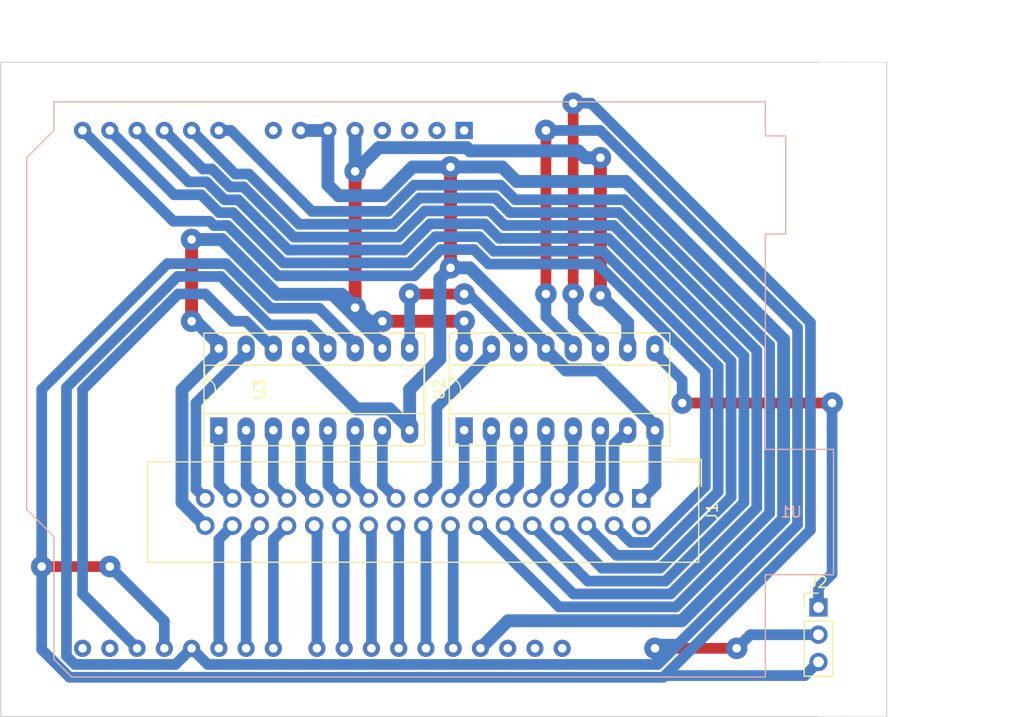
<source format=kicad_pcb>
(kicad_pcb (version 20171130) (host pcbnew "(5.1.2)-1")

  (general
    (thickness 1.6)
    (drawings 10)
    (tracks 330)
    (zones 0)
    (modules 5)
    (nets 50)
  )

  (page A4)
  (layers
    (0 Top_Copper signal)
    (31 Bottom_Copper signal)
    (36 B.SilkS user)
    (37 F.SilkS user)
    (39 F.Mask user)
    (40 Dwgs.User user)
    (41 Cmts.User user)
    (42 Eco1.User user)
    (43 Eco2.User user)
    (44 Edge.Cuts user)
    (45 Margin user)
    (46 B.CrtYd user)
    (47 F.CrtYd user)
  )

  (setup
    (last_trace_width 1)
    (trace_clearance 0.2)
    (zone_clearance 0.508)
    (zone_45_only no)
    (trace_min 0.2)
    (via_size 2)
    (via_drill 0.8)
    (via_min_size 0.4)
    (via_min_drill 0.3)
    (uvia_size 0.3)
    (uvia_drill 0.1)
    (uvias_allowed no)
    (uvia_min_size 0.2)
    (uvia_min_drill 0.1)
    (edge_width 0.05)
    (segment_width 0.2)
    (pcb_text_width 0.3)
    (pcb_text_size 1.5 1.5)
    (mod_edge_width 0.12)
    (mod_text_size 1 1)
    (mod_text_width 0.15)
    (pad_size 1.524 1.524)
    (pad_drill 0.762)
    (pad_to_mask_clearance 0.051)
    (solder_mask_min_width 0.25)
    (aux_axis_origin 0 0)
    (visible_elements 7FFFFFFF)
    (pcbplotparams
      (layerselection 0x01030_ffffffff)
      (usegerberextensions true)
      (usegerberattributes false)
      (usegerberadvancedattributes false)
      (creategerberjobfile false)
      (gerberprecision 5)
      (excludeedgelayer true)
      (linewidth 0.100000)
      (plotframeref false)
      (viasonmask false)
      (mode 1)
      (useauxorigin false)
      (hpglpennumber 1)
      (hpglpenspeed 20)
      (hpglpendiameter 15.000000)
      (psnegative false)
      (psa4output false)
      (plotreference true)
      (plotvalue true)
      (plotinvisibletext false)
      (padsonsilk false)
      (subtractmaskfromsilk false)
      (outputformat 1)
      (mirror false)
      (drillshape 0)
      (scaleselection 1)
      (outputdirectory "Manufacture/"))
  )

  (net 0 "")
  (net 1 "Net-(U1-Pad16)")
  (net 2 "Net-(U1-Pad15)")
  (net 3 "Net-(U1-Pad30)")
  (net 4 Earth)
  (net 5 /D7)
  (net 6 /D6)
  (net 7 /D5)
  (net 8 /D4)
  (net 9 "Net-(U1-Pad8)")
  (net 10 /D3)
  (net 11 /D2)
  (net 12 /D1)
  (net 13 +5V)
  (net 14 /D0)
  (net 15 "Net-(U1-Pad4)")
  (net 16 "Net-(U1-Pad3)")
  (net 17 "Net-(U1-Pad2)")
  (net 18 "Net-(U1-Pad1)")
  (net 19 "Net-(U1-Pad31)")
  (net 20 "Net-(U1-Pad32)")
  (net 21 /A8)
  (net 22 /OE)
  (net 23 /A14)
  (net 24 /A13)
  (net 25 /A12)
  (net 26 /A11)
  (net 27 /A10)
  (net 28 /A9)
  (net 29 /A0)
  (net 30 /A7)
  (net 31 /A6)
  (net 32 /A5)
  (net 33 /A4)
  (net 34 /A3)
  (net 35 /A2)
  (net 36 /A1)
  (net 37 "Net-(U1-Pad17)")
  (net 38 "Net-(U2-Pad14)")
  (net 39 /SCL)
  (net 40 /SDA)
  (net 41 /S3)
  (net 42 /S2)
  (net 43 /S1)
  (net 44 /S0)
  (net 45 /A15)
  (net 46 "Net-(J1-Pad2)")
  (net 47 "Net-(J2-Pad3)")
  (net 48 "Net-(J2-Pad2)")
  (net 49 "Net-(J2-Pad1)")

  (net_class Default "This is the default net class."
    (clearance 0.2)
    (trace_width 1)
    (via_dia 2)
    (via_drill 0.8)
    (uvia_dia 0.3)
    (uvia_drill 0.1)
    (add_net /A0)
    (add_net /A1)
    (add_net /A10)
    (add_net /A11)
    (add_net /A12)
    (add_net /A13)
    (add_net /A14)
    (add_net /A15)
    (add_net /A2)
    (add_net /A3)
    (add_net /A4)
    (add_net /A5)
    (add_net /A6)
    (add_net /A7)
    (add_net /A8)
    (add_net /A9)
    (add_net /D0)
    (add_net /D1)
    (add_net /D2)
    (add_net /D3)
    (add_net /D4)
    (add_net /D5)
    (add_net /D6)
    (add_net /D7)
    (add_net /OE)
    (add_net /S0)
    (add_net /S1)
    (add_net /S2)
    (add_net /S3)
    (add_net /SCL)
    (add_net /SDA)
    (add_net "Net-(J1-Pad2)")
    (add_net "Net-(J2-Pad1)")
    (add_net "Net-(J2-Pad2)")
    (add_net "Net-(J2-Pad3)")
    (add_net "Net-(U1-Pad1)")
    (add_net "Net-(U1-Pad15)")
    (add_net "Net-(U1-Pad16)")
    (add_net "Net-(U1-Pad17)")
    (add_net "Net-(U1-Pad2)")
    (add_net "Net-(U1-Pad3)")
    (add_net "Net-(U1-Pad30)")
    (add_net "Net-(U1-Pad31)")
    (add_net "Net-(U1-Pad32)")
    (add_net "Net-(U1-Pad4)")
    (add_net "Net-(U1-Pad8)")
    (add_net "Net-(U2-Pad14)")
  )

  (net_class power ""
    (clearance 0.2)
    (trace_width 1.2)
    (via_dia 2)
    (via_drill 0.8)
    (uvia_dia 0.3)
    (uvia_drill 0.1)
    (add_net +5V)
    (add_net Earth)
  )

  (module Package_DIP:DIP-16_W7.62mm_Socket_LongPads (layer Top_Copper) (tedit 5A02E8C5) (tstamp 5D0FA088)
    (at 172.72 74.93 90)
    (descr "16-lead though-hole mounted DIP package, row spacing 7.62 mm (300 mils), Socket, LongPads")
    (tags "THT DIP DIL PDIP 2.54mm 7.62mm 300mil Socket LongPads")
    (path /5D1049B2)
    (fp_text reference U2 (at 3.81 -2.33 90) (layer F.SilkS)
      (effects (font (size 1 1) (thickness 0.15)))
    )
    (fp_text value 74HC595 (at 3.81 20.11 90) (layer F.Fab)
      (effects (font (size 1 1) (thickness 0.15)))
    )
    (fp_text user %R (at 3.81 8.89 90) (layer F.Fab)
      (effects (font (size 1 1) (thickness 0.15)))
    )
    (fp_line (start 9.15 -1.6) (end -1.55 -1.6) (layer F.CrtYd) (width 0.05))
    (fp_line (start 9.15 19.4) (end 9.15 -1.6) (layer F.CrtYd) (width 0.05))
    (fp_line (start -1.55 19.4) (end 9.15 19.4) (layer F.CrtYd) (width 0.05))
    (fp_line (start -1.55 -1.6) (end -1.55 19.4) (layer F.CrtYd) (width 0.05))
    (fp_line (start 9.06 -1.39) (end -1.44 -1.39) (layer F.SilkS) (width 0.12))
    (fp_line (start 9.06 19.17) (end 9.06 -1.39) (layer F.SilkS) (width 0.12))
    (fp_line (start -1.44 19.17) (end 9.06 19.17) (layer F.SilkS) (width 0.12))
    (fp_line (start -1.44 -1.39) (end -1.44 19.17) (layer F.SilkS) (width 0.12))
    (fp_line (start 6.06 -1.33) (end 4.81 -1.33) (layer F.SilkS) (width 0.12))
    (fp_line (start 6.06 19.11) (end 6.06 -1.33) (layer F.SilkS) (width 0.12))
    (fp_line (start 1.56 19.11) (end 6.06 19.11) (layer F.SilkS) (width 0.12))
    (fp_line (start 1.56 -1.33) (end 1.56 19.11) (layer F.SilkS) (width 0.12))
    (fp_line (start 2.81 -1.33) (end 1.56 -1.33) (layer F.SilkS) (width 0.12))
    (fp_line (start 8.89 -1.33) (end -1.27 -1.33) (layer F.Fab) (width 0.1))
    (fp_line (start 8.89 19.11) (end 8.89 -1.33) (layer F.Fab) (width 0.1))
    (fp_line (start -1.27 19.11) (end 8.89 19.11) (layer F.Fab) (width 0.1))
    (fp_line (start -1.27 -1.33) (end -1.27 19.11) (layer F.Fab) (width 0.1))
    (fp_line (start 0.635 -0.27) (end 1.635 -1.27) (layer F.Fab) (width 0.1))
    (fp_line (start 0.635 19.05) (end 0.635 -0.27) (layer F.Fab) (width 0.1))
    (fp_line (start 6.985 19.05) (end 0.635 19.05) (layer F.Fab) (width 0.1))
    (fp_line (start 6.985 -1.27) (end 6.985 19.05) (layer F.Fab) (width 0.1))
    (fp_line (start 1.635 -1.27) (end 6.985 -1.27) (layer F.Fab) (width 0.1))
    (fp_arc (start 3.81 -1.33) (end 2.81 -1.33) (angle -180) (layer F.SilkS) (width 0.12))
    (pad 16 thru_hole oval (at 7.62 0 90) (size 2.4 1.6) (drill 0.8) (layers *.Cu *.Mask)
      (net 13 +5V))
    (pad 8 thru_hole oval (at 0 17.78 90) (size 2.4 1.6) (drill 0.8) (layers *.Cu *.Mask)
      (net 4 Earth))
    (pad 15 thru_hole oval (at 7.62 2.54 90) (size 2.4 1.6) (drill 0.8) (layers *.Cu *.Mask)
      (net 21 /A8))
    (pad 7 thru_hole oval (at 0 15.24 90) (size 2.4 1.6) (drill 0.8) (layers *.Cu *.Mask)
      (net 45 /A15))
    (pad 14 thru_hole oval (at 7.62 5.08 90) (size 2.4 1.6) (drill 0.8) (layers *.Cu *.Mask)
      (net 38 "Net-(U2-Pad14)"))
    (pad 6 thru_hole oval (at 0 12.7 90) (size 2.4 1.6) (drill 0.8) (layers *.Cu *.Mask)
      (net 23 /A14))
    (pad 13 thru_hole oval (at 7.62 7.62 90) (size 2.4 1.6) (drill 0.8) (layers *.Cu *.Mask)
      (net 4 Earth))
    (pad 5 thru_hole oval (at 0 10.16 90) (size 2.4 1.6) (drill 0.8) (layers *.Cu *.Mask)
      (net 24 /A13))
    (pad 12 thru_hole oval (at 7.62 10.16 90) (size 2.4 1.6) (drill 0.8) (layers *.Cu *.Mask)
      (net 48 "Net-(J2-Pad2)"))
    (pad 4 thru_hole oval (at 0 7.62 90) (size 2.4 1.6) (drill 0.8) (layers *.Cu *.Mask)
      (net 25 /A12))
    (pad 11 thru_hole oval (at 7.62 12.7 90) (size 2.4 1.6) (drill 0.8) (layers *.Cu *.Mask)
      (net 47 "Net-(J2-Pad3)"))
    (pad 3 thru_hole oval (at 0 5.08 90) (size 2.4 1.6) (drill 0.8) (layers *.Cu *.Mask)
      (net 26 /A11))
    (pad 10 thru_hole oval (at 7.62 15.24 90) (size 2.4 1.6) (drill 0.8) (layers *.Cu *.Mask)
      (net 13 +5V))
    (pad 2 thru_hole oval (at 0 2.54 90) (size 2.4 1.6) (drill 0.8) (layers *.Cu *.Mask)
      (net 27 /A10))
    (pad 9 thru_hole oval (at 7.62 17.78 90) (size 2.4 1.6) (drill 0.8) (layers *.Cu *.Mask)
      (net 49 "Net-(J2-Pad1)"))
    (pad 1 thru_hole rect (at 0 0 90) (size 2.4 1.6) (drill 0.8) (layers *.Cu *.Mask)
      (net 28 /A9))
    (model ${KISYS3DMOD}/Package_DIP.3dshapes/DIP-16_W7.62mm_Socket.wrl
      (at (xyz 0 0 0))
      (scale (xyz 1 1 1))
      (rotate (xyz 0 0 0))
    )
  )

  (module Connector_PinHeader_2.54mm:PinHeader_1x03_P2.54mm_Vertical (layer Top_Copper) (tedit 59FED5CC) (tstamp 5D10BDB8)
    (at 205.74 91.44)
    (descr "Through hole straight pin header, 1x03, 2.54mm pitch, single row")
    (tags "Through hole pin header THT 1x03 2.54mm single row")
    (path /5D1125DD)
    (fp_text reference J2 (at 0 -2.33) (layer F.SilkS)
      (effects (font (size 1 1) (thickness 0.15)))
    )
    (fp_text value Conn_01x03 (at 0 7.41) (layer F.Fab)
      (effects (font (size 1 1) (thickness 0.15)))
    )
    (fp_text user %R (at 0 2.54 90) (layer F.Fab)
      (effects (font (size 1 1) (thickness 0.15)))
    )
    (fp_line (start 1.8 -1.8) (end -1.8 -1.8) (layer F.CrtYd) (width 0.05))
    (fp_line (start 1.8 6.85) (end 1.8 -1.8) (layer F.CrtYd) (width 0.05))
    (fp_line (start -1.8 6.85) (end 1.8 6.85) (layer F.CrtYd) (width 0.05))
    (fp_line (start -1.8 -1.8) (end -1.8 6.85) (layer F.CrtYd) (width 0.05))
    (fp_line (start -1.33 -1.33) (end 0 -1.33) (layer F.SilkS) (width 0.12))
    (fp_line (start -1.33 0) (end -1.33 -1.33) (layer F.SilkS) (width 0.12))
    (fp_line (start -1.33 1.27) (end 1.33 1.27) (layer F.SilkS) (width 0.12))
    (fp_line (start 1.33 1.27) (end 1.33 6.41) (layer F.SilkS) (width 0.12))
    (fp_line (start -1.33 1.27) (end -1.33 6.41) (layer F.SilkS) (width 0.12))
    (fp_line (start -1.33 6.41) (end 1.33 6.41) (layer F.SilkS) (width 0.12))
    (fp_line (start -1.27 -0.635) (end -0.635 -1.27) (layer F.Fab) (width 0.1))
    (fp_line (start -1.27 6.35) (end -1.27 -0.635) (layer F.Fab) (width 0.1))
    (fp_line (start 1.27 6.35) (end -1.27 6.35) (layer F.Fab) (width 0.1))
    (fp_line (start 1.27 -1.27) (end 1.27 6.35) (layer F.Fab) (width 0.1))
    (fp_line (start -0.635 -1.27) (end 1.27 -1.27) (layer F.Fab) (width 0.1))
    (pad 3 thru_hole oval (at 0 5.08) (size 1.7 1.7) (drill 1) (layers *.Cu *.Mask)
      (net 47 "Net-(J2-Pad3)"))
    (pad 2 thru_hole oval (at 0 2.54) (size 1.7 1.7) (drill 1) (layers *.Cu *.Mask)
      (net 48 "Net-(J2-Pad2)"))
    (pad 1 thru_hole rect (at 0 0) (size 1.7 1.7) (drill 1) (layers *.Cu *.Mask)
      (net 49 "Net-(J2-Pad1)"))
    (model ${KISYS3DMOD}/Connector_PinHeader_2.54mm.3dshapes/PinHeader_1x03_P2.54mm_Vertical.wrl
      (at (xyz 0 0 0))
      (scale (xyz 1 1 1))
      (rotate (xyz 0 0 0))
    )
  )

  (module Connector_IDC:IDC-Header_2x17_P2.54mm_Vertical (layer Top_Copper) (tedit 59DE1241) (tstamp 5D10919F)
    (at 189.23 81.28 270)
    (descr "Through hole straight IDC box header, 2x17, 2.54mm pitch, double rows")
    (tags "Through hole IDC box header THT 2x17 2.54mm double row")
    (path /5D1D9D8E)
    (fp_text reference J1 (at 1.27 -6.604 90) (layer F.SilkS)
      (effects (font (size 1 1) (thickness 0.15)))
    )
    (fp_text value Conn_02x17_Odd_Even (at 1.27 47.244 90) (layer F.Fab)
      (effects (font (size 1 1) (thickness 0.15)))
    )
    (fp_text user %R (at 1.27 20.32 90) (layer F.Fab)
      (effects (font (size 1 1) (thickness 0.15)))
    )
    (fp_line (start 5.695 -5.1) (end 5.695 45.74) (layer F.Fab) (width 0.1))
    (fp_line (start 5.145 -4.56) (end 5.145 45.18) (layer F.Fab) (width 0.1))
    (fp_line (start -3.155 -5.1) (end -3.155 45.74) (layer F.Fab) (width 0.1))
    (fp_line (start -2.605 -4.56) (end -2.605 18.07) (layer F.Fab) (width 0.1))
    (fp_line (start -2.605 22.57) (end -2.605 45.18) (layer F.Fab) (width 0.1))
    (fp_line (start -2.605 18.07) (end -3.155 18.07) (layer F.Fab) (width 0.1))
    (fp_line (start -2.605 22.57) (end -3.155 22.57) (layer F.Fab) (width 0.1))
    (fp_line (start 5.695 -5.1) (end -3.155 -5.1) (layer F.Fab) (width 0.1))
    (fp_line (start 5.145 -4.56) (end -2.605 -4.56) (layer F.Fab) (width 0.1))
    (fp_line (start 5.695 45.74) (end -3.155 45.74) (layer F.Fab) (width 0.1))
    (fp_line (start 5.145 45.18) (end -2.605 45.18) (layer F.Fab) (width 0.1))
    (fp_line (start 5.695 -5.1) (end 5.145 -4.56) (layer F.Fab) (width 0.1))
    (fp_line (start 5.695 45.74) (end 5.145 45.18) (layer F.Fab) (width 0.1))
    (fp_line (start -3.155 -5.1) (end -2.605 -4.56) (layer F.Fab) (width 0.1))
    (fp_line (start -3.155 45.74) (end -2.605 45.18) (layer F.Fab) (width 0.1))
    (fp_line (start 5.95 -5.35) (end 5.95 45.99) (layer F.CrtYd) (width 0.05))
    (fp_line (start 5.95 45.99) (end -3.41 45.99) (layer F.CrtYd) (width 0.05))
    (fp_line (start -3.41 45.99) (end -3.41 -5.35) (layer F.CrtYd) (width 0.05))
    (fp_line (start -3.41 -5.35) (end 5.95 -5.35) (layer F.CrtYd) (width 0.05))
    (fp_line (start 5.945 -5.35) (end 5.945 45.99) (layer F.SilkS) (width 0.12))
    (fp_line (start 5.945 45.99) (end -3.405 45.99) (layer F.SilkS) (width 0.12))
    (fp_line (start -3.405 45.99) (end -3.405 -5.35) (layer F.SilkS) (width 0.12))
    (fp_line (start -3.405 -5.35) (end 5.945 -5.35) (layer F.SilkS) (width 0.12))
    (fp_line (start -3.655 -5.6) (end -3.655 -3.06) (layer F.SilkS) (width 0.12))
    (fp_line (start -3.655 -5.6) (end -1.115 -5.6) (layer F.SilkS) (width 0.12))
    (pad 1 thru_hole rect (at 0 0 270) (size 1.7272 1.7272) (drill 1.016) (layers *.Cu *.Mask)
      (net 4 Earth))
    (pad 2 thru_hole oval (at 2.54 0 270) (size 1.7272 1.7272) (drill 1.016) (layers *.Cu *.Mask)
      (net 46 "Net-(J1-Pad2)"))
    (pad 3 thru_hole oval (at 0 2.54 270) (size 1.7272 1.7272) (drill 1.016) (layers *.Cu *.Mask)
      (net 45 /A15))
    (pad 4 thru_hole oval (at 2.54 2.54 270) (size 1.7272 1.7272) (drill 1.016) (layers *.Cu *.Mask)
      (net 39 /SCL))
    (pad 5 thru_hole oval (at 0 5.08 270) (size 1.7272 1.7272) (drill 1.016) (layers *.Cu *.Mask)
      (net 23 /A14))
    (pad 6 thru_hole oval (at 2.54 5.08 270) (size 1.7272 1.7272) (drill 1.016) (layers *.Cu *.Mask)
      (net 40 /SDA))
    (pad 7 thru_hole oval (at 0 7.62 270) (size 1.7272 1.7272) (drill 1.016) (layers *.Cu *.Mask)
      (net 24 /A13))
    (pad 8 thru_hole oval (at 2.54 7.62 270) (size 1.7272 1.7272) (drill 1.016) (layers *.Cu *.Mask)
      (net 41 /S3))
    (pad 9 thru_hole oval (at 0 10.16 270) (size 1.7272 1.7272) (drill 1.016) (layers *.Cu *.Mask)
      (net 25 /A12))
    (pad 10 thru_hole oval (at 2.54 10.16 270) (size 1.7272 1.7272) (drill 1.016) (layers *.Cu *.Mask)
      (net 42 /S2))
    (pad 11 thru_hole oval (at 0 12.7 270) (size 1.7272 1.7272) (drill 1.016) (layers *.Cu *.Mask)
      (net 26 /A11))
    (pad 12 thru_hole oval (at 2.54 12.7 270) (size 1.7272 1.7272) (drill 1.016) (layers *.Cu *.Mask)
      (net 43 /S1))
    (pad 13 thru_hole oval (at 0 15.24 270) (size 1.7272 1.7272) (drill 1.016) (layers *.Cu *.Mask)
      (net 27 /A10))
    (pad 14 thru_hole oval (at 2.54 15.24 270) (size 1.7272 1.7272) (drill 1.016) (layers *.Cu *.Mask)
      (net 44 /S0))
    (pad 15 thru_hole oval (at 0 17.78 270) (size 1.7272 1.7272) (drill 1.016) (layers *.Cu *.Mask)
      (net 28 /A9))
    (pad 16 thru_hole oval (at 2.54 17.78 270) (size 1.7272 1.7272) (drill 1.016) (layers *.Cu *.Mask)
      (net 22 /OE))
    (pad 17 thru_hole oval (at 0 20.32 270) (size 1.7272 1.7272) (drill 1.016) (layers *.Cu *.Mask)
      (net 21 /A8))
    (pad 18 thru_hole oval (at 2.54 20.32 270) (size 1.7272 1.7272) (drill 1.016) (layers *.Cu *.Mask)
      (net 5 /D7))
    (pad 19 thru_hole oval (at 0 22.86 270) (size 1.7272 1.7272) (drill 1.016) (layers *.Cu *.Mask)
      (net 30 /A7))
    (pad 20 thru_hole oval (at 2.54 22.86 270) (size 1.7272 1.7272) (drill 1.016) (layers *.Cu *.Mask)
      (net 6 /D6))
    (pad 21 thru_hole oval (at 0 25.4 270) (size 1.7272 1.7272) (drill 1.016) (layers *.Cu *.Mask)
      (net 31 /A6))
    (pad 22 thru_hole oval (at 2.54 25.4 270) (size 1.7272 1.7272) (drill 1.016) (layers *.Cu *.Mask)
      (net 7 /D5))
    (pad 23 thru_hole oval (at 0 27.94 270) (size 1.7272 1.7272) (drill 1.016) (layers *.Cu *.Mask)
      (net 32 /A5))
    (pad 24 thru_hole oval (at 2.54 27.94 270) (size 1.7272 1.7272) (drill 1.016) (layers *.Cu *.Mask)
      (net 8 /D4))
    (pad 25 thru_hole oval (at 0 30.48 270) (size 1.7272 1.7272) (drill 1.016) (layers *.Cu *.Mask)
      (net 33 /A4))
    (pad 26 thru_hole oval (at 2.54 30.48 270) (size 1.7272 1.7272) (drill 1.016) (layers *.Cu *.Mask)
      (net 10 /D3))
    (pad 27 thru_hole oval (at 0 33.02 270) (size 1.7272 1.7272) (drill 1.016) (layers *.Cu *.Mask)
      (net 34 /A3))
    (pad 28 thru_hole oval (at 2.54 33.02 270) (size 1.7272 1.7272) (drill 1.016) (layers *.Cu *.Mask)
      (net 11 /D2))
    (pad 29 thru_hole oval (at 0 35.56 270) (size 1.7272 1.7272) (drill 1.016) (layers *.Cu *.Mask)
      (net 35 /A2))
    (pad 30 thru_hole oval (at 2.54 35.56 270) (size 1.7272 1.7272) (drill 1.016) (layers *.Cu *.Mask)
      (net 12 /D1))
    (pad 31 thru_hole oval (at 0 38.1 270) (size 1.7272 1.7272) (drill 1.016) (layers *.Cu *.Mask)
      (net 36 /A1))
    (pad 32 thru_hole oval (at 2.54 38.1 270) (size 1.7272 1.7272) (drill 1.016) (layers *.Cu *.Mask)
      (net 14 /D0))
    (pad 33 thru_hole oval (at 0 40.64 270) (size 1.7272 1.7272) (drill 1.016) (layers *.Cu *.Mask)
      (net 29 /A0))
    (pad 34 thru_hole oval (at 2.54 40.64 270) (size 1.7272 1.7272) (drill 1.016) (layers *.Cu *.Mask)
      (net 13 +5V))
    (model ${KISYS3DMOD}/Connector_IDC.3dshapes/IDC-Header_2x17_P2.54mm_Vertical.wrl
      (at (xyz 0 0 0))
      (scale (xyz 1 1 1))
      (rotate (xyz 0 0 0))
    )
  )

  (module Module:Arduino_UNO_R3 (layer Bottom_Copper) (tedit 58AB60FC) (tstamp 5D10EEF3)
    (at 172.72 46.99 180)
    (descr "Arduino UNO R3, http://www.mouser.com/pdfdocs/Gravitech_Arduino_Nano3_0.pdf")
    (tags "Arduino UNO R3")
    (path /5D100EAC)
    (fp_text reference U1 (at -30.48 -35.56 180) (layer B.SilkS)
      (effects (font (size 1 1) (thickness 0.15)) (justify mirror))
    )
    (fp_text value Arduino_UNO_R3 (at 0 -22.86) (layer B.Fab)
      (effects (font (size 1 1) (thickness 0.15)) (justify mirror))
    )
    (fp_line (start -27.94 2.54) (end 38.1 2.54) (layer B.Fab) (width 0.1))
    (fp_line (start -27.94 -50.8) (end -27.94 2.54) (layer B.Fab) (width 0.1))
    (fp_line (start 36.58 -50.8) (end -27.94 -50.8) (layer B.Fab) (width 0.1))
    (fp_line (start 38.1 -49.28) (end 36.58 -50.8) (layer B.Fab) (width 0.1))
    (fp_line (start 38.1 0) (end 40.64 -2.54) (layer B.Fab) (width 0.1))
    (fp_line (start 38.1 2.54) (end 38.1 0) (layer B.Fab) (width 0.1))
    (fp_line (start 40.64 -35.31) (end 38.1 -37.85) (layer B.Fab) (width 0.1))
    (fp_line (start 40.64 -2.54) (end 40.64 -35.31) (layer B.Fab) (width 0.1))
    (fp_line (start 38.1 -37.85) (end 38.1 -49.28) (layer B.Fab) (width 0.1))
    (fp_line (start -29.84 -9.53) (end -29.84 -0.64) (layer B.Fab) (width 0.1))
    (fp_line (start -16.51 -9.53) (end -29.84 -9.53) (layer B.Fab) (width 0.1))
    (fp_line (start -16.51 -0.64) (end -16.51 -9.53) (layer B.Fab) (width 0.1))
    (fp_line (start -29.84 -0.64) (end -16.51 -0.64) (layer B.Fab) (width 0.1))
    (fp_line (start -34.29 -41.27) (end -34.29 -29.84) (layer B.Fab) (width 0.1))
    (fp_line (start -18.41 -41.27) (end -34.29 -41.27) (layer B.Fab) (width 0.1))
    (fp_line (start -18.41 -29.84) (end -18.41 -41.27) (layer B.Fab) (width 0.1))
    (fp_line (start -34.29 -29.84) (end -18.41 -29.84) (layer B.Fab) (width 0.1))
    (fp_line (start 38.23 -37.85) (end 40.77 -35.31) (layer B.SilkS) (width 0.12))
    (fp_line (start 38.23 -49.28) (end 38.23 -37.85) (layer B.SilkS) (width 0.12))
    (fp_line (start 36.58 -50.93) (end 38.23 -49.28) (layer B.SilkS) (width 0.12))
    (fp_line (start -28.07 -50.93) (end 36.58 -50.93) (layer B.SilkS) (width 0.12))
    (fp_line (start -28.07 -41.4) (end -28.07 -50.93) (layer B.SilkS) (width 0.12))
    (fp_line (start -34.42 -41.4) (end -28.07 -41.4) (layer B.SilkS) (width 0.12))
    (fp_line (start -34.42 -29.72) (end -34.42 -41.4) (layer B.SilkS) (width 0.12))
    (fp_line (start -28.07 -29.72) (end -34.42 -29.72) (layer B.SilkS) (width 0.12))
    (fp_line (start -28.07 -9.65) (end -28.07 -29.72) (layer B.SilkS) (width 0.12))
    (fp_line (start -29.97 -9.65) (end -28.07 -9.65) (layer B.SilkS) (width 0.12))
    (fp_line (start -29.97 -0.51) (end -29.97 -9.65) (layer B.SilkS) (width 0.12))
    (fp_line (start -28.07 -0.51) (end -29.97 -0.51) (layer B.SilkS) (width 0.12))
    (fp_line (start -28.07 2.67) (end -28.07 -0.51) (layer B.SilkS) (width 0.12))
    (fp_line (start 38.23 2.67) (end -28.07 2.67) (layer B.SilkS) (width 0.12))
    (fp_line (start 38.23 0) (end 38.23 2.67) (layer B.SilkS) (width 0.12))
    (fp_line (start 40.77 -2.54) (end 38.23 0) (layer B.SilkS) (width 0.12))
    (fp_line (start 40.77 -35.31) (end 40.77 -2.54) (layer B.SilkS) (width 0.12))
    (fp_line (start -28.19 2.79) (end 38.35 2.79) (layer B.CrtYd) (width 0.05))
    (fp_line (start -28.19 -0.38) (end -28.19 2.79) (layer B.CrtYd) (width 0.05))
    (fp_line (start -30.1 -0.38) (end -28.19 -0.38) (layer B.CrtYd) (width 0.05))
    (fp_line (start -30.1 -9.78) (end -30.1 -0.38) (layer B.CrtYd) (width 0.05))
    (fp_line (start -28.19 -9.78) (end -30.1 -9.78) (layer B.CrtYd) (width 0.05))
    (fp_line (start -28.19 -29.59) (end -28.19 -9.78) (layer B.CrtYd) (width 0.05))
    (fp_line (start -34.54 -29.59) (end -28.19 -29.59) (layer B.CrtYd) (width 0.05))
    (fp_line (start -34.54 -41.53) (end -34.54 -29.59) (layer B.CrtYd) (width 0.05))
    (fp_line (start -28.19 -41.53) (end -34.54 -41.53) (layer B.CrtYd) (width 0.05))
    (fp_line (start -28.19 -51.05) (end -28.19 -41.53) (layer B.CrtYd) (width 0.05))
    (fp_line (start 36.58 -51.05) (end -28.19 -51.05) (layer B.CrtYd) (width 0.05))
    (fp_line (start 38.35 -49.28) (end 36.58 -51.05) (layer B.CrtYd) (width 0.05))
    (fp_line (start 38.35 -37.85) (end 38.35 -49.28) (layer B.CrtYd) (width 0.05))
    (fp_line (start 40.89 -35.31) (end 38.35 -37.85) (layer B.CrtYd) (width 0.05))
    (fp_line (start 40.89 -2.54) (end 40.89 -35.31) (layer B.CrtYd) (width 0.05))
    (fp_line (start 38.35 0) (end 40.89 -2.54) (layer B.CrtYd) (width 0.05))
    (fp_line (start 38.35 2.79) (end 38.35 0) (layer B.CrtYd) (width 0.05))
    (fp_text user %R (at 0 -20.32 180) (layer B.Fab)
      (effects (font (size 1 1) (thickness 0.15)) (justify mirror))
    )
    (pad 16 thru_hole oval (at 33.02 -48.26 90) (size 1.6 1.6) (drill 0.8) (layers *.Cu *.Mask)
      (net 1 "Net-(U1-Pad16)"))
    (pad 15 thru_hole oval (at 35.56 -48.26 90) (size 1.6 1.6) (drill 0.8) (layers *.Cu *.Mask)
      (net 2 "Net-(U1-Pad15)"))
    (pad 30 thru_hole oval (at -4.06 -48.26 90) (size 1.6 1.6) (drill 0.8) (layers *.Cu *.Mask)
      (net 3 "Net-(U1-Pad30)"))
    (pad 14 thru_hole oval (at 35.56 0 90) (size 1.6 1.6) (drill 0.8) (layers *.Cu *.Mask)
      (net 39 /SCL))
    (pad 29 thru_hole oval (at -1.52 -48.26 90) (size 1.6 1.6) (drill 0.8) (layers *.Cu *.Mask)
      (net 4 Earth))
    (pad 13 thru_hole oval (at 33.02 0 90) (size 1.6 1.6) (drill 0.8) (layers *.Cu *.Mask)
      (net 40 /SDA))
    (pad 28 thru_hole oval (at 1.02 -48.26 90) (size 1.6 1.6) (drill 0.8) (layers *.Cu *.Mask)
      (net 22 /OE))
    (pad 12 thru_hole oval (at 30.48 0 90) (size 1.6 1.6) (drill 0.8) (layers *.Cu *.Mask)
      (net 41 /S3))
    (pad 27 thru_hole oval (at 3.56 -48.26 90) (size 1.6 1.6) (drill 0.8) (layers *.Cu *.Mask)
      (net 5 /D7))
    (pad 11 thru_hole oval (at 27.94 0 90) (size 1.6 1.6) (drill 0.8) (layers *.Cu *.Mask)
      (net 42 /S2))
    (pad 26 thru_hole oval (at 6.1 -48.26 90) (size 1.6 1.6) (drill 0.8) (layers *.Cu *.Mask)
      (net 6 /D6))
    (pad 10 thru_hole oval (at 25.4 0 90) (size 1.6 1.6) (drill 0.8) (layers *.Cu *.Mask)
      (net 43 /S1))
    (pad 25 thru_hole oval (at 8.64 -48.26 90) (size 1.6 1.6) (drill 0.8) (layers *.Cu *.Mask)
      (net 7 /D5))
    (pad 9 thru_hole oval (at 22.86 0 90) (size 1.6 1.6) (drill 0.8) (layers *.Cu *.Mask)
      (net 44 /S0))
    (pad 24 thru_hole oval (at 11.18 -48.26 90) (size 1.6 1.6) (drill 0.8) (layers *.Cu *.Mask)
      (net 8 /D4))
    (pad 8 thru_hole oval (at 17.78 0 90) (size 1.6 1.6) (drill 0.8) (layers *.Cu *.Mask)
      (net 9 "Net-(U1-Pad8)"))
    (pad 23 thru_hole oval (at 13.72 -48.26 90) (size 1.6 1.6) (drill 0.8) (layers *.Cu *.Mask)
      (net 10 /D3))
    (pad 7 thru_hole oval (at 15.24 0 90) (size 1.6 1.6) (drill 0.8) (layers *.Cu *.Mask)
      (net 4 Earth))
    (pad 22 thru_hole oval (at 17.78 -48.26 90) (size 1.6 1.6) (drill 0.8) (layers *.Cu *.Mask)
      (net 11 /D2))
    (pad 6 thru_hole oval (at 12.7 0 90) (size 1.6 1.6) (drill 0.8) (layers *.Cu *.Mask)
      (net 4 Earth))
    (pad 21 thru_hole oval (at 20.32 -48.26 90) (size 1.6 1.6) (drill 0.8) (layers *.Cu *.Mask)
      (net 12 /D1))
    (pad 5 thru_hole oval (at 10.16 0 90) (size 1.6 1.6) (drill 0.8) (layers *.Cu *.Mask)
      (net 13 +5V))
    (pad 20 thru_hole oval (at 22.86 -48.26 90) (size 1.6 1.6) (drill 0.8) (layers *.Cu *.Mask)
      (net 14 /D0))
    (pad 4 thru_hole oval (at 7.62 0 90) (size 1.6 1.6) (drill 0.8) (layers *.Cu *.Mask)
      (net 15 "Net-(U1-Pad4)"))
    (pad 19 thru_hole oval (at 25.4 -48.26 90) (size 1.6 1.6) (drill 0.8) (layers *.Cu *.Mask)
      (net 48 "Net-(J2-Pad2)"))
    (pad 3 thru_hole oval (at 5.08 0 90) (size 1.6 1.6) (drill 0.8) (layers *.Cu *.Mask)
      (net 16 "Net-(U1-Pad3)"))
    (pad 18 thru_hole oval (at 27.94 -48.26 90) (size 1.6 1.6) (drill 0.8) (layers *.Cu *.Mask)
      (net 47 "Net-(J2-Pad3)"))
    (pad 2 thru_hole oval (at 2.54 0 90) (size 1.6 1.6) (drill 0.8) (layers *.Cu *.Mask)
      (net 17 "Net-(U1-Pad2)"))
    (pad 17 thru_hole oval (at 30.48 -48.26 90) (size 1.6 1.6) (drill 0.8) (layers *.Cu *.Mask)
      (net 37 "Net-(U1-Pad17)"))
    (pad 1 thru_hole rect (at 0 0 90) (size 1.6 1.6) (drill 0.8) (layers *.Cu *.Mask)
      (net 18 "Net-(U1-Pad1)"))
    (pad 31 thru_hole oval (at -6.6 -48.26 90) (size 1.6 1.6) (drill 0.8) (layers *.Cu *.Mask)
      (net 19 "Net-(U1-Pad31)"))
    (pad 32 thru_hole oval (at -9.14 -48.26 90) (size 1.6 1.6) (drill 0.8) (layers *.Cu *.Mask)
      (net 20 "Net-(U1-Pad32)"))
    (model ${KISYS3DMOD}/Module.3dshapes/Arduino_UNO_R3.wrl
      (at (xyz 0 0 0))
      (scale (xyz 1 1 1))
      (rotate (xyz 0 0 0))
    )
  )

  (module Package_DIP:DIP-16_W7.62mm_Socket_LongPads (layer Top_Copper) (tedit 5A02E8C5) (tstamp 5D109B30)
    (at 149.86 74.93 90)
    (descr "16-lead though-hole mounted DIP package, row spacing 7.62 mm (300 mils), Socket, LongPads")
    (tags "THT DIP DIL PDIP 2.54mm 7.62mm 300mil Socket LongPads")
    (path /5D103440)
    (fp_text reference U3 (at 3.81 3.81 90) (layer F.SilkS)
      (effects (font (size 1 1) (thickness 0.15)))
    )
    (fp_text value 74HC595 (at 3.81 20.11 90) (layer F.Fab)
      (effects (font (size 1 1) (thickness 0.15)))
    )
    (fp_text user %R (at 3.81 8.89 90) (layer F.Fab)
      (effects (font (size 1 1) (thickness 0.15)))
    )
    (fp_line (start 9.15 -1.6) (end -1.55 -1.6) (layer F.CrtYd) (width 0.05))
    (fp_line (start 9.15 19.4) (end 9.15 -1.6) (layer F.CrtYd) (width 0.05))
    (fp_line (start -1.55 19.4) (end 9.15 19.4) (layer F.CrtYd) (width 0.05))
    (fp_line (start -1.55 -1.6) (end -1.55 19.4) (layer F.CrtYd) (width 0.05))
    (fp_line (start 9.06 -1.39) (end -1.44 -1.39) (layer F.SilkS) (width 0.12))
    (fp_line (start 9.06 19.17) (end 9.06 -1.39) (layer F.SilkS) (width 0.12))
    (fp_line (start -1.44 19.17) (end 9.06 19.17) (layer F.SilkS) (width 0.12))
    (fp_line (start -1.44 -1.39) (end -1.44 19.17) (layer F.SilkS) (width 0.12))
    (fp_line (start 6.06 -1.33) (end 4.81 -1.33) (layer F.SilkS) (width 0.12))
    (fp_line (start 6.06 19.11) (end 6.06 -1.33) (layer F.SilkS) (width 0.12))
    (fp_line (start 1.56 19.11) (end 6.06 19.11) (layer F.SilkS) (width 0.12))
    (fp_line (start 1.56 -1.33) (end 1.56 19.11) (layer F.SilkS) (width 0.12))
    (fp_line (start 2.81 -1.33) (end 1.56 -1.33) (layer F.SilkS) (width 0.12))
    (fp_line (start 8.89 -1.33) (end -1.27 -1.33) (layer F.Fab) (width 0.1))
    (fp_line (start 8.89 19.11) (end 8.89 -1.33) (layer F.Fab) (width 0.1))
    (fp_line (start -1.27 19.11) (end 8.89 19.11) (layer F.Fab) (width 0.1))
    (fp_line (start -1.27 -1.33) (end -1.27 19.11) (layer F.Fab) (width 0.1))
    (fp_line (start 0.635 -0.27) (end 1.635 -1.27) (layer F.Fab) (width 0.1))
    (fp_line (start 0.635 19.05) (end 0.635 -0.27) (layer F.Fab) (width 0.1))
    (fp_line (start 6.985 19.05) (end 0.635 19.05) (layer F.Fab) (width 0.1))
    (fp_line (start 6.985 -1.27) (end 6.985 19.05) (layer F.Fab) (width 0.1))
    (fp_line (start 1.635 -1.27) (end 6.985 -1.27) (layer F.Fab) (width 0.1))
    (fp_arc (start 3.81 -1.33) (end 2.81 -1.33) (angle -180) (layer F.SilkS) (width 0.12))
    (pad 16 thru_hole oval (at 7.62 0 90) (size 2.4 1.6) (drill 0.8) (layers *.Cu *.Mask)
      (net 13 +5V))
    (pad 8 thru_hole oval (at 0 17.78 90) (size 2.4 1.6) (drill 0.8) (layers *.Cu *.Mask)
      (net 4 Earth))
    (pad 15 thru_hole oval (at 7.62 2.54 90) (size 2.4 1.6) (drill 0.8) (layers *.Cu *.Mask)
      (net 29 /A0))
    (pad 7 thru_hole oval (at 0 15.24 90) (size 2.4 1.6) (drill 0.8) (layers *.Cu *.Mask)
      (net 30 /A7))
    (pad 14 thru_hole oval (at 7.62 5.08 90) (size 2.4 1.6) (drill 0.8) (layers *.Cu *.Mask)
      (net 37 "Net-(U1-Pad17)"))
    (pad 6 thru_hole oval (at 0 12.7 90) (size 2.4 1.6) (drill 0.8) (layers *.Cu *.Mask)
      (net 31 /A6))
    (pad 13 thru_hole oval (at 7.62 7.62 90) (size 2.4 1.6) (drill 0.8) (layers *.Cu *.Mask)
      (net 4 Earth))
    (pad 5 thru_hole oval (at 0 10.16 90) (size 2.4 1.6) (drill 0.8) (layers *.Cu *.Mask)
      (net 32 /A5))
    (pad 12 thru_hole oval (at 7.62 10.16 90) (size 2.4 1.6) (drill 0.8) (layers *.Cu *.Mask)
      (net 48 "Net-(J2-Pad2)"))
    (pad 4 thru_hole oval (at 0 7.62 90) (size 2.4 1.6) (drill 0.8) (layers *.Cu *.Mask)
      (net 33 /A4))
    (pad 11 thru_hole oval (at 7.62 12.7 90) (size 2.4 1.6) (drill 0.8) (layers *.Cu *.Mask)
      (net 47 "Net-(J2-Pad3)"))
    (pad 3 thru_hole oval (at 0 5.08 90) (size 2.4 1.6) (drill 0.8) (layers *.Cu *.Mask)
      (net 34 /A3))
    (pad 10 thru_hole oval (at 7.62 15.24 90) (size 2.4 1.6) (drill 0.8) (layers *.Cu *.Mask)
      (net 13 +5V))
    (pad 2 thru_hole oval (at 0 2.54 90) (size 2.4 1.6) (drill 0.8) (layers *.Cu *.Mask)
      (net 35 /A2))
    (pad 9 thru_hole oval (at 7.62 17.78 90) (size 2.4 1.6) (drill 0.8) (layers *.Cu *.Mask)
      (net 38 "Net-(U2-Pad14)"))
    (pad 1 thru_hole rect (at 0 0 90) (size 2.4 1.6) (drill 0.8) (layers *.Cu *.Mask)
      (net 36 /A1))
    (model ${KISYS3DMOD}/Package_DIP.3dshapes/DIP-16_W7.62mm_Socket.wrl
      (at (xyz 0 0 0))
      (scale (xyz 1 1 1))
      (rotate (xyz 0 0 0))
    )
  )

  (gr_line (start 212.09 101.6) (end 208.28 101.6) (layer Edge.Cuts) (width 0.05) (tstamp 5D10BFCB))
  (gr_line (start 208.28 40.64) (end 212.09 40.64) (layer Edge.Cuts) (width 0.05) (tstamp 5D10BFCA))
  (gr_line (start 205.74 101.6) (end 208.28 101.6) (layer Edge.Cuts) (width 0.05) (tstamp 5D10BFC3))
  (gr_line (start 205.74 40.64) (end 208.28 40.64) (layer Edge.Cuts) (width 0.05) (tstamp 5D10BFC2))
  (dimension 60.96 (width 0.15) (layer Dwgs.User)
    (gr_text "60.960 mm" (at 223.55 71.12 270) (layer Dwgs.User)
      (effects (font (size 1 1) (thickness 0.15)))
    )
    (feature1 (pts (xy 212.09 101.6) (xy 222.836421 101.6)))
    (feature2 (pts (xy 212.09 40.64) (xy 222.836421 40.64)))
    (crossbar (pts (xy 222.25 40.64) (xy 222.25 101.6)))
    (arrow1a (pts (xy 222.25 101.6) (xy 221.663579 100.473496)))
    (arrow1b (pts (xy 222.25 101.6) (xy 222.836421 100.473496)))
    (arrow2a (pts (xy 222.25 40.64) (xy 221.663579 41.766504)))
    (arrow2b (pts (xy 222.25 40.64) (xy 222.836421 41.766504)))
  )
  (dimension 82.55 (width 0.15) (layer Dwgs.User)
    (gr_text "82.550 mm" (at 170.815 35.53) (layer Dwgs.User)
      (effects (font (size 1 1) (thickness 0.15)))
    )
    (feature1 (pts (xy 212.09 40.64) (xy 212.09 36.243579)))
    (feature2 (pts (xy 129.54 40.64) (xy 129.54 36.243579)))
    (crossbar (pts (xy 129.54 36.83) (xy 212.09 36.83)))
    (arrow1a (pts (xy 212.09 36.83) (xy 210.963496 37.416421)))
    (arrow1b (pts (xy 212.09 36.83) (xy 210.963496 36.243579)))
    (arrow2a (pts (xy 129.54 36.83) (xy 130.666504 37.416421)))
    (arrow2b (pts (xy 129.54 36.83) (xy 130.666504 36.243579)))
  )
  (gr_line (start 129.54 101.6) (end 129.54 40.64) (layer Edge.Cuts) (width 0.1))
  (gr_line (start 205.74 101.6) (end 129.54 101.6) (layer Edge.Cuts) (width 0.1))
  (gr_line (start 212.09 40.64) (end 212.09 101.6) (layer Edge.Cuts) (width 0.1))
  (gr_line (start 129.54 40.64) (end 205.74 40.64) (layer Edge.Cuts) (width 0.1))

  (segment (start 190.5 80.01) (end 190.5 74.93) (width 1.2) (layer Bottom_Copper) (net 4))
  (segment (start 189.23 81.28) (end 190.5 80.01) (width 1.2) (layer Bottom_Copper) (net 4))
  (segment (start 167.64 74.807245) (end 167.64 74.93) (width 1.2) (layer Bottom_Copper) (net 4))
  (segment (start 165.762745 72.92999) (end 167.64 74.807245) (width 1.2) (layer Bottom_Copper) (net 4))
  (segment (start 162.69999 72.92999) (end 165.762745 72.92999) (width 1.2) (layer Bottom_Copper) (net 4))
  (segment (start 157.48 67.71) (end 162.69999 72.92999) (width 1.2) (layer Bottom_Copper) (net 4))
  (segment (start 157.48 67.31) (end 157.48 67.71) (width 1.2) (layer Bottom_Copper) (net 4))
  (segment (start 180.34 67.432755) (end 180.34 67.31) (width 1.2) (layer Bottom_Copper) (net 4))
  (segment (start 182.217255 69.31001) (end 180.34 67.432755) (width 1.2) (layer Bottom_Copper) (net 4))
  (segment (start 185.28001 69.31001) (end 182.217255 69.31001) (width 1.2) (layer Bottom_Copper) (net 4))
  (segment (start 190.5 74.53) (end 185.28001 69.31001) (width 1.2) (layer Bottom_Copper) (net 4))
  (segment (start 190.5 74.93) (end 190.5 74.53) (width 1.2) (layer Bottom_Copper) (net 4))
  (segment (start 157.48 46.99) (end 160.02 46.99) (width 1.2) (layer Bottom_Copper) (net 4))
  (via (at 171.449994 59.790097) (size 2) (drill 0.8) (layers Top_Copper Bottom_Copper) (net 4))
  (segment (start 167.64 74.93) (end 167.64 71.12) (width 1.2) (layer Bottom_Copper) (net 4))
  (segment (start 167.64 71.12) (end 170.449995 68.310005) (width 1.2) (layer Bottom_Copper) (net 4))
  (segment (start 170.449995 68.310005) (end 170.449995 60.790096) (width 1.2) (layer Bottom_Copper) (net 4))
  (segment (start 170.449995 60.790096) (end 171.449994 59.790097) (width 1.2) (layer Bottom_Copper) (net 4))
  (segment (start 173.220097 59.790097) (end 172.864207 59.790097) (width 1.2) (layer Bottom_Copper) (net 4))
  (segment (start 180.34 67.31) (end 180.34 66.91) (width 1.2) (layer Bottom_Copper) (net 4))
  (segment (start 172.864207 59.790097) (end 171.449994 59.790097) (width 1.2) (layer Bottom_Copper) (net 4))
  (segment (start 180.34 66.91) (end 173.220097 59.790097) (width 1.2) (layer Bottom_Copper) (net 4))
  (segment (start 160.02 52.07) (end 161.019999 53.069999) (width 1.2) (layer Bottom_Copper) (net 4))
  (segment (start 193.004306 92.683667) (end 202.489968 83.198005) (width 1.2) (layer Bottom_Copper) (net 4))
  (segment (start 171.449994 59.790097) (end 171.449994 50.39002) (width 1.2) (layer Top_Copper) (net 4))
  (via (at 171.449996 50.390018) (size 2) (drill 0.8) (layers Top_Copper Bottom_Copper) (net 4))
  (segment (start 170.035783 50.390018) (end 171.449996 50.390018) (width 1.2) (layer Bottom_Copper) (net 4))
  (segment (start 171.449994 50.39002) (end 171.449996 50.390018) (width 1.2) (layer Top_Copper) (net 4))
  (segment (start 161.019999 53.069999) (end 165.230138 53.069999) (width 1.2) (layer Bottom_Copper) (net 4))
  (segment (start 165.230138 53.069999) (end 167.910119 50.390018) (width 1.2) (layer Bottom_Copper) (net 4))
  (segment (start 176.806333 92.683667) (end 193.004306 92.683667) (width 1.2) (layer Bottom_Copper) (net 4))
  (segment (start 167.910119 50.390018) (end 170.035783 50.390018) (width 1.2) (layer Bottom_Copper) (net 4))
  (segment (start 160.02 46.99) (end 160.02 52.07) (width 1.2) (layer Bottom_Copper) (net 4))
  (segment (start 176.259872 50.390018) (end 172.864209 50.390018) (width 1.2) (layer Bottom_Copper) (net 4))
  (segment (start 202.489968 66.454796) (end 187.777172 51.742001) (width 1.2) (layer Bottom_Copper) (net 4))
  (segment (start 174.24 95.25) (end 176.806333 92.683667) (width 1.2) (layer Bottom_Copper) (net 4))
  (segment (start 202.489968 83.198005) (end 202.489968 66.454796) (width 1.2) (layer Bottom_Copper) (net 4))
  (segment (start 187.777172 51.742001) (end 177.611855 51.742001) (width 1.2) (layer Bottom_Copper) (net 4))
  (segment (start 177.611855 51.742001) (end 176.259872 50.390018) (width 1.2) (layer Bottom_Copper) (net 4))
  (segment (start 172.864209 50.390018) (end 171.449996 50.390018) (width 1.2) (layer Bottom_Copper) (net 4))
  (segment (start 169.16 84.07) (end 168.91 83.82) (width 1) (layer Bottom_Copper) (net 5))
  (segment (start 169.16 95.25) (end 169.16 84.07) (width 1) (layer Bottom_Copper) (net 5))
  (segment (start 166.62 84.07) (end 166.37 83.82) (width 1) (layer Bottom_Copper) (net 6))
  (segment (start 166.62 95.25) (end 166.62 84.07) (width 1) (layer Bottom_Copper) (net 6))
  (segment (start 164.08 84.07) (end 163.83 83.82) (width 1) (layer Bottom_Copper) (net 7))
  (segment (start 164.08 95.25) (end 164.08 84.07) (width 1) (layer Bottom_Copper) (net 7))
  (segment (start 161.54 84.07) (end 161.29 83.82) (width 1) (layer Bottom_Copper) (net 8))
  (segment (start 161.54 95.25) (end 161.54 84.07) (width 1) (layer Bottom_Copper) (net 8))
  (segment (start 159 84.07) (end 158.75 83.82) (width 1) (layer Bottom_Copper) (net 10))
  (segment (start 159 95.25) (end 159 84.07) (width 1) (layer Bottom_Copper) (net 10))
  (segment (start 154.94 85.09) (end 156.21 83.82) (width 1) (layer Bottom_Copper) (net 11))
  (segment (start 154.94 85.09) (end 154.94 95.25) (width 1) (layer Bottom_Copper) (net 11))
  (segment (start 152.4 85.09) (end 153.67 83.82) (width 1) (layer Bottom_Copper) (net 12))
  (segment (start 152.4 95.25) (end 152.4 85.09) (width 1) (layer Bottom_Copper) (net 12))
  (segment (start 149.86 67.71) (end 149.86 67.31) (width 1.2) (layer Bottom_Copper) (net 13))
  (segment (start 146.426391 71.143609) (end 149.86 67.71) (width 1.2) (layer Bottom_Copper) (net 13))
  (segment (start 146.426391 81.656391) (end 146.426391 71.143609) (width 1.2) (layer Bottom_Copper) (net 13))
  (segment (start 148.59 83.82) (end 146.426391 81.656391) (width 1.2) (layer Bottom_Copper) (net 13))
  (segment (start 149.86 66.91) (end 147.720002 64.770002) (width 1.2) (layer Bottom_Copper) (net 13))
  (segment (start 147.720002 64.770002) (end 147.32 64.770002) (width 1.2) (layer Bottom_Copper) (net 13))
  (segment (start 149.86 67.31) (end 149.86 66.91) (width 1.2) (layer Bottom_Copper) (net 13))
  (via (at 147.32 64.770002) (size 2) (drill 0.8) (layers Top_Copper Bottom_Copper) (net 13))
  (segment (start 147.32 57.15) (end 147.32 57.15) (width 1.2) (layer Bottom_Copper) (net 13) (tstamp 5D116887))
  (via (at 147.32 57.15) (size 2) (drill 0.8) (layers Top_Copper Bottom_Copper) (net 13))
  (segment (start 147.32 64.770002) (end 147.32 57.15) (width 1.2) (layer Top_Copper) (net 13))
  (segment (start 165.1 67.31) (end 165.1 66.91) (width 1.2) (layer Bottom_Copper) (net 13))
  (segment (start 148.734213 57.15) (end 147.32 57.15) (width 1.2) (layer Bottom_Copper) (net 13))
  (segment (start 150.134438 57.15) (end 148.734213 57.15) (width 1.2) (layer Bottom_Copper) (net 13))
  (segment (start 155.244449 62.260011) (end 150.134438 57.15) (width 1.2) (layer Bottom_Copper) (net 13))
  (segment (start 160.450011 62.260011) (end 155.244449 62.260011) (width 1.2) (layer Bottom_Copper) (net 13))
  (segment (start 165.1 66.91) (end 160.450011 62.260011) (width 1.2) (layer Bottom_Copper) (net 13))
  (segment (start 161.320011 62.260011) (end 161.560001 62.500001) (width 1.2) (layer Bottom_Copper) (net 13))
  (segment (start 160.450011 62.260011) (end 161.320011 62.260011) (width 1.2) (layer Bottom_Copper) (net 13))
  (segment (start 161.560001 62.500001) (end 162.56 63.5) (width 1.2) (layer Bottom_Copper) (net 13))
  (via (at 162.56 63.5) (size 2) (drill 0.8) (layers Top_Copper Bottom_Copper) (net 13))
  (via (at 162.56 50.8) (size 2) (drill 0.8) (layers Top_Copper Bottom_Copper) (net 13))
  (segment (start 162.56 63.5) (end 162.56 50.8) (width 1.2) (layer Top_Copper) (net 13))
  (segment (start 162.56 48.12137) (end 162.56 50.8) (width 1.2) (layer Bottom_Copper) (net 13))
  (segment (start 162.56 46.99) (end 162.56 48.12137) (width 1.2) (layer Bottom_Copper) (net 13))
  (segment (start 187.96 64.91) (end 185.42 62.37) (width 1.2) (layer Bottom_Copper) (net 13))
  (segment (start 187.96 67.31) (end 187.96 64.91) (width 1.2) (layer Bottom_Copper) (net 13))
  (segment (start 185.42 49.53) (end 185.42 49.53) (width 1.2) (layer Bottom_Copper) (net 13) (tstamp 5D1174B8))
  (via (at 185.42 49.53) (size 2) (drill 0.8) (layers Top_Copper Bottom_Copper) (net 13))
  (segment (start 185.42 62.37) (end 185.42 62.37) (width 1.2) (layer Bottom_Copper) (net 13) (tstamp 5D1174BA))
  (via (at 185.42 62.37) (size 2) (drill 0.8) (layers Top_Copper Bottom_Copper) (net 13))
  (segment (start 185.42 49.53) (end 185.42 62.37) (width 1.2) (layer Top_Copper) (net 13))
  (segment (start 162.56 50.8) (end 164.769999 48.590001) (width 1.2) (layer Bottom_Copper) (net 13))
  (segment (start 164.769999 48.590001) (end 172.965098 48.590001) (width 1.2) (layer Bottom_Copper) (net 13))
  (segment (start 172.965098 48.590001) (end 173.265014 48.889917) (width 1.2) (layer Bottom_Copper) (net 13))
  (segment (start 173.265014 48.889917) (end 183.365704 48.889917) (width 1.2) (layer Bottom_Copper) (net 13))
  (segment (start 183.365704 48.889917) (end 184.005787 49.53) (width 1.2) (layer Bottom_Copper) (net 13))
  (segment (start 184.005787 49.53) (end 185.42 49.53) (width 1.2) (layer Bottom_Copper) (net 13))
  (segment (start 162.56 63.5) (end 163.83 64.77) (width 1.2) (layer Bottom_Copper) (net 13))
  (segment (start 163.83 64.77) (end 165.1 64.77) (width 1.2) (layer Bottom_Copper) (net 13))
  (segment (start 172.72 67.31) (end 172.72 64.77) (width 1.2) (layer Bottom_Copper) (net 13))
  (segment (start 172.72 64.77) (end 172.72 64.77) (width 1.2) (layer Bottom_Copper) (net 13) (tstamp 5D117558))
  (via (at 172.72 64.77) (size 2) (drill 0.8) (layers Top_Copper Bottom_Copper) (net 13))
  (segment (start 165.1 64.77) (end 165.1 64.77) (width 1.2) (layer Bottom_Copper) (net 13) (tstamp 5D11755A))
  (via (at 165.1 64.77) (size 2) (drill 0.8) (layers Top_Copper Bottom_Copper) (net 13))
  (segment (start 165.1 64.77) (end 172.72 64.77) (width 1.2) (layer Top_Copper) (net 13))
  (segment (start 149.86 85.09) (end 151.13 83.82) (width 1) (layer Bottom_Copper) (net 14))
  (segment (start 149.86 93.98) (end 149.86 95.25) (width 1) (layer Bottom_Copper) (net 14))
  (segment (start 149.86 85.09) (end 149.86 93.98) (width 1) (layer Bottom_Copper) (net 14))
  (segment (start 168.91 81.28) (end 170.18 80.01) (width 1) (layer Bottom_Copper) (net 21))
  (segment (start 170.18 80.01) (end 170.18 72.79) (width 1) (layer Bottom_Copper) (net 21))
  (segment (start 175.26 67.71) (end 175.26 67.31) (width 1) (layer Bottom_Copper) (net 21))
  (segment (start 170.18 72.79) (end 175.26 67.71) (width 1) (layer Bottom_Copper) (net 21))
  (segment (start 171.7 84.07) (end 171.45 83.82) (width 1) (layer Bottom_Copper) (net 22))
  (segment (start 171.7 95.25) (end 171.7 84.07) (width 1) (layer Bottom_Copper) (net 22))
  (segment (start 185.42 74.93) (end 185.42 80.01) (width 1) (layer Bottom_Copper) (net 23))
  (segment (start 185.42 80.01) (end 184.15 81.28) (width 1) (layer Bottom_Copper) (net 23))
  (segment (start 182.88 80.01) (end 181.61 81.28) (width 1) (layer Bottom_Copper) (net 24))
  (segment (start 182.88 74.93) (end 182.88 80.01) (width 1) (layer Bottom_Copper) (net 24))
  (segment (start 180.34 80.01) (end 179.07 81.28) (width 1) (layer Bottom_Copper) (net 25))
  (segment (start 180.34 74.93) (end 180.34 80.01) (width 1) (layer Bottom_Copper) (net 25))
  (segment (start 177.8 74.93) (end 177.8 80.01) (width 1) (layer Bottom_Copper) (net 26))
  (segment (start 177.8 80.01) (end 176.53 81.28) (width 1) (layer Bottom_Copper) (net 26))
  (segment (start 175.26 80.01) (end 175.26 74.93) (width 1) (layer Bottom_Copper) (net 27))
  (segment (start 173.99 81.28) (end 175.26 80.01) (width 1) (layer Bottom_Copper) (net 27))
  (segment (start 172.72 74.93) (end 172.72 80.01) (width 1) (layer Bottom_Copper) (net 28))
  (segment (start 172.72 80.01) (end 171.45 81.28) (width 1) (layer Bottom_Copper) (net 28))
  (segment (start 147.726401 80.416401) (end 147.726401 72.383599) (width 1) (layer Bottom_Copper) (net 29))
  (segment (start 148.59 81.28) (end 147.726401 80.416401) (width 1) (layer Bottom_Copper) (net 29))
  (segment (start 152.4 67.71) (end 152.4 67.31) (width 1) (layer Bottom_Copper) (net 29))
  (segment (start 147.726401 72.383599) (end 152.4 67.71) (width 1) (layer Bottom_Copper) (net 29))
  (segment (start 165.1 74.93) (end 165.1 80.01) (width 1) (layer Bottom_Copper) (net 30) (tstamp 5D1092A5))
  (segment (start 165.1 80.01) (end 166.37 81.28) (width 1) (layer Bottom_Copper) (net 30) (tstamp 5D1092A8))
  (segment (start 162.56 80.01) (end 163.83 81.28) (width 1) (layer Bottom_Copper) (net 31) (tstamp 5D109293))
  (segment (start 162.56 74.93) (end 162.56 80.01) (width 1) (layer Bottom_Copper) (net 31) (tstamp 5D109299))
  (segment (start 160.02 74.93) (end 160.02 80.01) (width 1) (layer Bottom_Copper) (net 32) (tstamp 5D10927B))
  (segment (start 160.02 80.01) (end 161.29 81.28) (width 1) (layer Bottom_Copper) (net 32) (tstamp 5D109284))
  (segment (start 157.48 80.01) (end 158.75 81.28) (width 1) (layer Bottom_Copper) (net 33) (tstamp 5D1092B1))
  (segment (start 157.48 74.93) (end 157.48 80.01) (width 1) (layer Bottom_Copper) (net 33) (tstamp 5D1092B4))
  (segment (start 154.94 74.93) (end 154.94 80.01) (width 1) (layer Bottom_Copper) (net 34) (tstamp 5D1092A2))
  (segment (start 154.94 80.01) (end 156.21 81.28) (width 1) (layer Bottom_Copper) (net 34) (tstamp 5D1092AB))
  (segment (start 152.4 74.93) (end 152.4 80.01) (width 1) (layer Bottom_Copper) (net 35) (tstamp 5D109290))
  (segment (start 152.4 80.01) (end 153.67 81.28) (width 1) (layer Bottom_Copper) (net 35) (tstamp 5D109296))
  (segment (start 149.86 74.93) (end 149.86 80.01) (width 1) (layer Bottom_Copper) (net 36) (tstamp 5D10927E))
  (segment (start 149.86 80.01) (end 151.13 81.28) (width 1) (layer Bottom_Copper) (net 36) (tstamp 5D109281))
  (segment (start 160.02 66.91) (end 158.22 65.11) (width 1) (layer Bottom_Copper) (net 48))
  (segment (start 135.659999 95.970001) (end 136.439999 96.750001) (width 1) (layer Bottom_Copper) (net 48))
  (segment (start 158.22 65.11) (end 154.558875 65.11) (width 1) (layer Bottom_Copper) (net 48))
  (segment (start 135.66 70.946926) (end 135.659999 95.970001) (width 1) (layer Bottom_Copper) (net 48))
  (segment (start 145.819999 96.750001) (end 146.520001 96.049999) (width 1) (layer Bottom_Copper) (net 48))
  (segment (start 160.02 67.31) (end 160.02 66.91) (width 1) (layer Bottom_Copper) (net 48))
  (segment (start 146.520001 96.049999) (end 147.32 95.25) (width 1) (layer Bottom_Copper) (net 48))
  (segment (start 136.439999 96.750001) (end 145.819999 96.750001) (width 1) (layer Bottom_Copper) (net 48))
  (segment (start 146.006935 60.599991) (end 135.66 70.946926) (width 1) (layer Bottom_Copper) (net 48))
  (segment (start 150.048866 60.599991) (end 146.006935 60.599991) (width 1) (layer Bottom_Copper) (net 48))
  (segment (start 154.558875 65.11) (end 150.048866 60.599991) (width 1) (layer Bottom_Copper) (net 48))
  (segment (start 182.88 66.91) (end 180.34 64.37) (width 1) (layer Bottom_Copper) (net 48))
  (segment (start 182.88 67.31) (end 182.88 66.91) (width 1) (layer Bottom_Copper) (net 48))
  (segment (start 180.34 64.37) (end 180.34 62.23) (width 1) (layer Bottom_Copper) (net 48))
  (segment (start 180.34 62.23) (end 180.34 62.23) (width 1) (layer Bottom_Copper) (net 48) (tstamp 5D1174C3))
  (via (at 180.34 62.23) (size 2) (drill 0.8) (layers Top_Copper Bottom_Copper) (net 48))
  (segment (start 180.34 46.99) (end 180.34 46.99) (width 1) (layer Bottom_Copper) (net 48) (tstamp 5D11751D))
  (via (at 180.34 46.99) (size 2) (drill 0.8) (layers Top_Copper Bottom_Copper) (net 48))
  (segment (start 180.34 46.99) (end 180.34 62.23) (width 1) (layer Top_Copper) (net 48))
  (segment (start 133.35 87.63) (end 133.35 87.63) (width 1) (layer Bottom_Copper) (net 47) (tstamp 5D116481))
  (via (at 133.35 87.63) (size 2) (drill 0.8) (layers Top_Copper Bottom_Copper) (net 47))
  (segment (start 144.78 95.25) (end 144.78 92.71) (width 1) (layer Bottom_Copper) (net 47))
  (segment (start 144.78 92.71) (end 139.7 87.63) (width 1) (layer Bottom_Copper) (net 47))
  (segment (start 139.7 87.63) (end 139.7 87.63) (width 1) (layer Bottom_Copper) (net 47) (tstamp 5D1164DF))
  (via (at 139.7 87.63) (size 2) (drill 0.8) (layers Top_Copper Bottom_Copper) (net 47))
  (segment (start 139.7 87.63) (end 133.35 87.63) (width 1) (layer Top_Copper) (net 47))
  (segment (start 162.56 66.91) (end 159.210022 63.560022) (width 1) (layer Bottom_Copper) (net 47))
  (segment (start 154.705968 63.560022) (end 150.545927 59.399981) (width 1) (layer Bottom_Copper) (net 47))
  (segment (start 150.545927 59.399981) (end 145.07002 59.39998) (width 1) (layer Bottom_Copper) (net 47))
  (segment (start 145.07002 59.39998) (end 133.35 71.12) (width 1) (layer Bottom_Copper) (net 47))
  (segment (start 159.210022 63.560022) (end 154.705968 63.560022) (width 1) (layer Bottom_Copper) (net 47))
  (segment (start 133.35 86.215787) (end 133.35 87.63) (width 1) (layer Bottom_Copper) (net 47))
  (segment (start 162.56 67.31) (end 162.56 66.91) (width 1) (layer Bottom_Copper) (net 47))
  (segment (start 133.35 71.12) (end 133.35 86.215787) (width 1) (layer Bottom_Copper) (net 47))
  (segment (start 185.42 66.91) (end 182.88 64.37) (width 1) (layer Bottom_Copper) (net 47))
  (segment (start 185.42 67.31) (end 185.42 66.91) (width 1) (layer Bottom_Copper) (net 47))
  (segment (start 182.88 64.37) (end 182.88 62.23) (width 1) (layer Bottom_Copper) (net 47))
  (segment (start 182.88 62.23) (end 182.88 62.23) (width 1) (layer Bottom_Copper) (net 47) (tstamp 5D1174C1))
  (via (at 182.88 62.23) (size 2) (drill 0.8) (layers Top_Copper Bottom_Copper) (net 47))
  (segment (start 182.88 44.45) (end 182.88 44.45) (width 1) (layer Bottom_Copper) (net 47) (tstamp 5D117520))
  (via (at 182.88 44.45) (size 2) (drill 0.8) (layers Top_Copper Bottom_Copper) (net 47))
  (segment (start 182.88 44.45) (end 182.88 62.23) (width 1) (layer Top_Copper) (net 47))
  (segment (start 152.4 64.77) (end 154.94 67.31) (width 1) (layer Bottom_Copper) (net 37))
  (segment (start 137.16 90.17) (end 137.16 71.143996) (width 1) (layer Bottom_Copper) (net 37))
  (segment (start 142.24 95.25) (end 137.16 90.17) (width 1) (layer Bottom_Copper) (net 37))
  (segment (start 137.16 71.143996) (end 146.073996 62.23) (width 1) (layer Bottom_Copper) (net 37))
  (segment (start 146.073996 62.23) (end 148.59 62.23) (width 1) (layer Bottom_Copper) (net 37))
  (segment (start 148.59 62.23) (end 151.13 64.77) (width 1) (layer Bottom_Copper) (net 37))
  (segment (start 151.13 64.77) (end 152.4 64.77) (width 1) (layer Bottom_Copper) (net 37))
  (segment (start 167.64 64.77) (end 167.64 64.77) (width 1) (layer Bottom_Copper) (net 38) (tstamp 5D11743F))
  (via (at 172.72 62.229992) (size 2) (drill 0.8) (layers Top_Copper Bottom_Copper) (net 38))
  (segment (start 173.119992 62.229992) (end 172.72 62.229992) (width 1) (layer Bottom_Copper) (net 38))
  (segment (start 177.8 66.91) (end 173.119992 62.229992) (width 1) (layer Bottom_Copper) (net 38))
  (segment (start 177.8 67.31) (end 177.8 66.91) (width 1) (layer Bottom_Copper) (net 38))
  (via (at 167.64 62.23) (size 2) (drill 0.8) (layers Top_Copper Bottom_Copper) (net 38))
  (segment (start 167.640008 62.229992) (end 167.64 62.23) (width 1) (layer Top_Copper) (net 38))
  (segment (start 172.72 62.229992) (end 167.640008 62.229992) (width 1) (layer Top_Copper) (net 38))
  (segment (start 167.64 67.31) (end 167.64 62.23) (width 1) (layer Bottom_Copper) (net 38))
  (segment (start 137.959999 47.789999) (end 137.16 46.99) (width 1) (layer Bottom_Copper) (net 39))
  (segment (start 145.619999 55.449999) (end 137.959999 47.789999) (width 1) (layer Bottom_Copper) (net 39))
  (segment (start 148.991716 55.449999) (end 145.619999 55.449999) (width 1) (layer Bottom_Copper) (net 39))
  (segment (start 149.391707 55.84999) (end 148.991716 55.449999) (width 1) (layer Bottom_Copper) (net 39))
  (segment (start 150.672919 55.84999) (end 149.391707 55.84999) (width 1) (layer Bottom_Copper) (net 39))
  (segment (start 155.352922 60.529993) (end 150.672919 55.84999) (width 1) (layer Bottom_Copper) (net 39))
  (segment (start 168.094004 60.529993) (end 155.352922 60.529993) (width 1) (layer Bottom_Copper) (net 39))
  (segment (start 170.533912 58.090085) (end 168.094004 60.529993) (width 1) (layer Bottom_Copper) (net 39))
  (segment (start 173.636093 58.090085) (end 170.533912 58.090085) (width 1) (layer Bottom_Copper) (net 39))
  (segment (start 174.988065 59.442058) (end 173.636093 58.090085) (width 1) (layer Bottom_Copper) (net 39))
  (segment (start 185.153383 59.442058) (end 174.988065 59.442058) (width 1) (layer Bottom_Copper) (net 39))
  (segment (start 195.189902 69.478577) (end 185.153383 59.442058) (width 1) (layer Bottom_Copper) (net 39))
  (segment (start 195.189902 80.174223) (end 195.189902 69.478577) (width 1) (layer Bottom_Copper) (net 39))
  (segment (start 189.980524 85.383601) (end 195.189902 80.174223) (width 1) (layer Bottom_Copper) (net 39))
  (segment (start 188.253601 85.383601) (end 189.980524 85.383601) (width 1) (layer Bottom_Copper) (net 39))
  (segment (start 186.69 83.82) (end 188.253601 85.383601) (width 1) (layer Bottom_Copper) (net 39))
  (segment (start 175.485125 58.242047) (end 185.650443 58.242047) (width 1) (layer Bottom_Copper) (net 40))
  (segment (start 185.650443 58.242047) (end 196.389913 68.981517) (width 1) (layer Bottom_Copper) (net 40))
  (segment (start 196.389913 68.981517) (end 196.389913 80.671283) (width 1) (layer Bottom_Copper) (net 40))
  (segment (start 185.013599 84.683599) (end 184.15 83.82) (width 1) (layer Bottom_Copper) (net 40))
  (segment (start 196.389913 80.671283) (end 190.477584 86.583612) (width 1) (layer Bottom_Copper) (net 40))
  (segment (start 190.477584 86.583612) (end 186.913612 86.583612) (width 1) (layer Bottom_Copper) (net 40))
  (segment (start 186.913612 86.583612) (end 185.013599 84.683599) (width 1) (layer Bottom_Copper) (net 40))
  (segment (start 155.849982 59.329982) (end 167.596928 59.329982) (width 1) (layer Bottom_Copper) (net 40))
  (segment (start 139.7 46.99) (end 145.689994 52.979994) (width 1) (layer Bottom_Copper) (net 40))
  (segment (start 170.036836 56.890074) (end 174.133154 56.890075) (width 1) (layer Bottom_Copper) (net 40))
  (segment (start 174.133154 56.890075) (end 175.485125 58.242047) (width 1) (layer Bottom_Copper) (net 40))
  (segment (start 167.596928 59.329982) (end 170.036836 56.890074) (width 1) (layer Bottom_Copper) (net 40))
  (segment (start 151.169979 54.649979) (end 155.849982 59.329982) (width 1) (layer Bottom_Copper) (net 40))
  (segment (start 145.689994 52.979994) (end 148.218783 52.979994) (width 1) (layer Bottom_Copper) (net 40))
  (segment (start 149.888767 54.649979) (end 151.169979 54.649979) (width 1) (layer Bottom_Copper) (net 40))
  (segment (start 148.218783 52.979994) (end 149.888767 54.649979) (width 1) (layer Bottom_Copper) (net 40))
  (segment (start 147.029983 51.779983) (end 148.715844 51.779984) (width 1) (layer Bottom_Copper) (net 41))
  (segment (start 148.715844 51.779984) (end 150.385827 53.449968) (width 1) (layer Bottom_Copper) (net 41))
  (segment (start 142.24 46.99) (end 147.029983 51.779983) (width 1) (layer Bottom_Copper) (net 41))
  (segment (start 151.667039 53.449968) (end 156.347042 58.129971) (width 1) (layer Bottom_Copper) (net 41))
  (segment (start 156.347042 58.129971) (end 167.099867 58.129971) (width 1) (layer Bottom_Copper) (net 41))
  (segment (start 167.099867 58.129971) (end 169.539776 55.690062) (width 1) (layer Bottom_Copper) (net 41))
  (segment (start 169.539776 55.690062) (end 174.630215 55.690065) (width 1) (layer Bottom_Copper) (net 41))
  (segment (start 186.147503 57.042036) (end 197.589924 68.484457) (width 1) (layer Bottom_Copper) (net 41))
  (segment (start 197.589924 68.484457) (end 197.589924 81.168343) (width 1) (layer Bottom_Copper) (net 41))
  (segment (start 197.589924 81.168343) (end 190.974644 87.783623) (width 1) (layer Bottom_Copper) (net 41))
  (segment (start 190.974644 87.783623) (end 185.573623 87.783623) (width 1) (layer Bottom_Copper) (net 41))
  (segment (start 185.573623 87.783623) (end 182.473599 84.683599) (width 1) (layer Bottom_Copper) (net 41))
  (segment (start 150.385827 53.449968) (end 151.667039 53.449968) (width 1) (layer Bottom_Copper) (net 41))
  (segment (start 174.630215 55.690065) (end 175.982185 57.042036) (width 1) (layer Bottom_Copper) (net 41))
  (segment (start 182.473599 84.683599) (end 181.61 83.82) (width 1) (layer Bottom_Copper) (net 41))
  (segment (start 175.982185 57.042036) (end 186.147503 57.042036) (width 1) (layer Bottom_Copper) (net 41))
  (segment (start 191.471704 88.983634) (end 198.789935 81.665403) (width 1) (layer Bottom_Copper) (net 42))
  (segment (start 184.233634 88.983634) (end 191.471704 88.983634) (width 1) (layer Bottom_Copper) (net 42))
  (segment (start 152.164099 52.249957) (end 150.882887 52.249957) (width 1) (layer Bottom_Copper) (net 42))
  (segment (start 150.882887 52.249957) (end 149.212902 50.579972) (width 1) (layer Bottom_Copper) (net 42))
  (segment (start 148.369972 50.579972) (end 145.579999 47.789999) (width 1) (layer Bottom_Copper) (net 42))
  (segment (start 166.602806 56.92996) (end 156.844102 56.92996) (width 1) (layer Bottom_Copper) (net 42))
  (segment (start 156.844102 56.92996) (end 152.164099 52.249957) (width 1) (layer Bottom_Copper) (net 42))
  (segment (start 145.579999 47.789999) (end 144.78 46.99) (width 1) (layer Bottom_Copper) (net 42))
  (segment (start 175.12727 54.49005) (end 169.042716 54.49005) (width 1) (layer Bottom_Copper) (net 42))
  (segment (start 176.479245 55.842025) (end 175.12727 54.49005) (width 1) (layer Bottom_Copper) (net 42))
  (segment (start 186.644563 55.842025) (end 176.479245 55.842025) (width 1) (layer Bottom_Copper) (net 42))
  (segment (start 198.789935 67.987397) (end 186.644563 55.842025) (width 1) (layer Bottom_Copper) (net 42))
  (segment (start 198.789935 81.665403) (end 198.789935 67.987397) (width 1) (layer Bottom_Copper) (net 42))
  (segment (start 179.07 83.82) (end 184.233634 88.983634) (width 1) (layer Bottom_Copper) (net 42))
  (segment (start 169.042716 54.49005) (end 166.602806 56.92996) (width 1) (layer Bottom_Copper) (net 42))
  (segment (start 149.212902 50.579972) (end 148.369972 50.579972) (width 1) (layer Bottom_Copper) (net 42))
  (segment (start 176.976305 54.642014) (end 187.141623 54.642014) (width 1) (layer Bottom_Copper) (net 43))
  (segment (start 191.968764 90.183645) (end 182.893645 90.183645) (width 1) (layer Bottom_Copper) (net 43))
  (segment (start 157.341162 55.729949) (end 166.105746 55.729949) (width 1) (layer Bottom_Copper) (net 43))
  (segment (start 199.989946 67.490337) (end 199.989946 82.162463) (width 1) (layer Bottom_Copper) (net 43))
  (segment (start 166.105746 55.729949) (end 168.545656 53.290039) (width 1) (layer Bottom_Copper) (net 43))
  (segment (start 177.393599 84.683599) (end 176.53 83.82) (width 1) (layer Bottom_Copper) (net 43))
  (segment (start 175.62433 53.290039) (end 176.976305 54.642014) (width 1) (layer Bottom_Copper) (net 43))
  (segment (start 168.545656 53.290039) (end 175.62433 53.290039) (width 1) (layer Bottom_Copper) (net 43))
  (segment (start 151.379947 51.049946) (end 152.661159 51.049946) (width 1) (layer Bottom_Copper) (net 43))
  (segment (start 152.661159 51.049946) (end 157.341162 55.729949) (width 1) (layer Bottom_Copper) (net 43))
  (segment (start 187.141623 54.642014) (end 199.989946 67.490337) (width 1) (layer Bottom_Copper) (net 43))
  (segment (start 147.32 46.99) (end 151.379947 51.049946) (width 1) (layer Bottom_Copper) (net 43))
  (segment (start 199.989946 82.162463) (end 191.968764 90.183645) (width 1) (layer Bottom_Copper) (net 43))
  (segment (start 182.893645 90.183645) (end 177.393599 84.683599) (width 1) (layer Bottom_Copper) (net 43))
  (segment (start 177.473365 53.442003) (end 176.12139 52.090028) (width 1) (layer Bottom_Copper) (net 44))
  (segment (start 168.048596 52.090028) (end 165.608686 54.529938) (width 1) (layer Bottom_Copper) (net 44))
  (segment (start 173.99 83.82) (end 181.553656 91.383656) (width 1) (layer Bottom_Copper) (net 44))
  (segment (start 176.12139 52.090028) (end 168.048596 52.090028) (width 1) (layer Bottom_Copper) (net 44))
  (segment (start 201.189957 66.993278) (end 187.638683 53.442003) (width 1) (layer Bottom_Copper) (net 44))
  (segment (start 150.99137 46.99) (end 149.86 46.99) (width 1) (layer Bottom_Copper) (net 44))
  (segment (start 201.189957 82.659523) (end 201.189957 66.993278) (width 1) (layer Bottom_Copper) (net 44))
  (segment (start 158.531308 54.529938) (end 150.99137 46.99) (width 1) (layer Bottom_Copper) (net 44))
  (segment (start 165.608686 54.529938) (end 158.531308 54.529938) (width 1) (layer Bottom_Copper) (net 44))
  (segment (start 187.638683 53.442003) (end 177.473365 53.442003) (width 1) (layer Bottom_Copper) (net 44))
  (segment (start 181.553656 91.383656) (end 192.465824 91.383656) (width 1) (layer Bottom_Copper) (net 44))
  (segment (start 192.465824 91.383656) (end 201.189957 82.659523) (width 1) (layer Bottom_Copper) (net 44))
  (segment (start 186.69 81.28) (end 186.69 76.2) (width 1) (layer Bottom_Copper) (net 45))
  (segment (start 186.69 76.2) (end 187.96 74.93) (width 1) (layer Bottom_Copper) (net 45))
  (segment (start 204.98999 84.233547) (end 204.98999 64.886918) (width 1) (layer Bottom_Copper) (net 47))
  (segment (start 184.294213 44.45) (end 182.88 44.45) (width 1) (layer Bottom_Copper) (net 47))
  (segment (start 191.273526 97.950011) (end 204.98999 84.233547) (width 1) (layer Bottom_Copper) (net 47))
  (segment (start 133.35 95.357072) (end 135.942939 97.950011) (width 1) (layer Bottom_Copper) (net 47))
  (segment (start 135.942939 97.950011) (end 191.273526 97.950011) (width 1) (layer Bottom_Copper) (net 47))
  (segment (start 204.98999 64.886918) (end 184.553072 44.45) (width 1) (layer Bottom_Copper) (net 47))
  (segment (start 184.553072 44.45) (end 184.294213 44.45) (width 1) (layer Bottom_Copper) (net 47))
  (segment (start 133.35 87.63) (end 133.35 95.357072) (width 1) (layer Bottom_Copper) (net 47))
  (segment (start 205.74 96.52) (end 204.47 97.79) (width 1) (layer Bottom_Copper) (net 47))
  (segment (start 204.47 97.79) (end 191.77 97.79) (width 1) (layer Bottom_Copper) (net 47))
  (segment (start 148.820001 96.750001) (end 190.776465 96.750001) (width 1) (layer Bottom_Copper) (net 48))
  (segment (start 203.789979 83.736487) (end 203.789979 65.383977) (width 1) (layer Bottom_Copper) (net 48))
  (segment (start 203.789979 65.383977) (end 185.396002 46.99) (width 1) (layer Bottom_Copper) (net 48))
  (segment (start 185.396002 46.99) (end 181.754213 46.99) (width 1) (layer Bottom_Copper) (net 48))
  (segment (start 147.32 95.25) (end 148.820001 96.750001) (width 1) (layer Bottom_Copper) (net 48))
  (segment (start 181.754213 46.99) (end 180.34 46.99) (width 1) (layer Bottom_Copper) (net 48))
  (segment (start 192.658233 94.868233) (end 193.293233 94.233233) (width 1) (layer Bottom_Copper) (net 48))
  (segment (start 192.658233 94.868233) (end 203.789979 83.736487) (width 1) (layer Bottom_Copper) (net 48))
  (segment (start 192.023233 95.503233) (end 192.658233 94.868233) (width 1) (layer Bottom_Copper) (net 48))
  (segment (start 190.776465 96.750001) (end 192.023233 95.503233) (width 1) (layer Bottom_Copper) (net 48))
  (segment (start 205.74 93.98) (end 199.39 93.98) (width 1) (layer Bottom_Copper) (net 48))
  (segment (start 199.39 93.98) (end 198.12 95.25) (width 1) (layer Bottom_Copper) (net 48))
  (segment (start 198.12 95.25) (end 198.12 95.25) (width 1) (layer Bottom_Copper) (net 48) (tstamp 5D10C145))
  (via (at 198.12 95.25) (size 2) (drill 0.8) (layers Top_Copper Bottom_Copper) (net 48))
  (segment (start 192.658233 94.868233) (end 190.881767 94.868233) (width 1) (layer Bottom_Copper) (net 48))
  (segment (start 190.881767 94.868233) (end 190.5 95.25) (width 1) (layer Bottom_Copper) (net 48))
  (segment (start 190.5 95.25) (end 190.5 95.25) (width 1) (layer Bottom_Copper) (net 48) (tstamp 5D10C19F))
  (via (at 190.5 95.25) (size 2) (drill 0.8) (layers Top_Copper Bottom_Copper) (net 48))
  (segment (start 190.5 95.25) (end 198.12 95.25) (width 1) (layer Top_Copper) (net 48))
  (segment (start 205.74 89.59) (end 207.01 88.32) (width 1) (layer Bottom_Copper) (net 49))
  (segment (start 205.74 91.44) (end 205.74 89.59) (width 1) (layer Bottom_Copper) (net 49))
  (segment (start 207.01 88.32) (end 207.01 74.93) (width 1) (layer Bottom_Copper) (net 49))
  (segment (start 190.5 67.71) (end 193.04 70.25) (width 1) (layer Bottom_Copper) (net 49))
  (segment (start 190.5 67.31) (end 190.5 67.71) (width 1) (layer Bottom_Copper) (net 49))
  (segment (start 193.04 70.25) (end 193.04 72.39) (width 1) (layer Bottom_Copper) (net 49))
  (segment (start 207.01 74.93) (end 207.01 72.39) (width 1) (layer Bottom_Copper) (net 49))
  (segment (start 193.04 72.39) (end 193.04 72.39) (width 1) (layer Bottom_Copper) (net 49) (tstamp 5D10C1B2))
  (via (at 193.04 72.39) (size 2) (drill 0.8) (layers Top_Copper Bottom_Copper) (net 49) (status 1000000))
  (segment (start 207.01 72.39) (end 207.01 72.39) (width 1) (layer Bottom_Copper) (net 49) (tstamp 5D10C1B4))
  (via (at 207.01 72.39) (size 2) (drill 0.8) (layers Top_Copper Bottom_Copper) (net 49) (status 1000000))
  (segment (start 207.01 72.39) (end 193.04 72.39) (width 1) (layer Top_Copper) (net 49))

)

</source>
